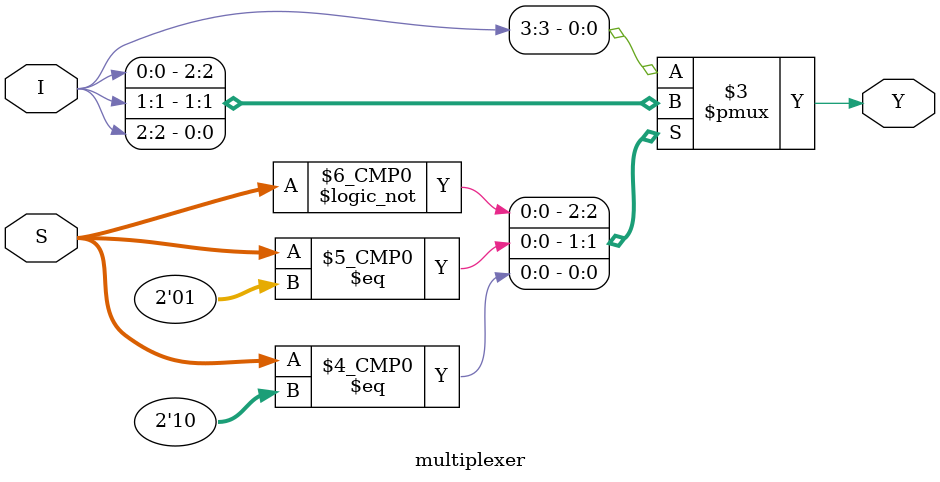
<source format=v>
/*
module multiplexer(input [3:0] I, input [1:0] S, output Y);
    assign Y = (~S[1] & ~S[0] & I[0]) | (~S[1] & S[0] & I[1]) | (S[1] & ~S[0] & I[2]) | (S[1] & S[0] & I[3]);
endmodule
*/

/*
module multiplexer(input [3:0] I, input [1:0] S, output reg Y);
    always @(*) begin
        if(S[1] == 0 & S[0] == 0) Y = I[0];
        else if(S[1] == 0 & S[0] == 1) Y = I[1];
        else if(S[1] == 1 & S[0] == 0) Y = I[2];
        else if(S[1] == 1 & S[0] == 1) Y = I[3];
    end
endmodule
*/

module multiplexer(input [3:0] I, input [1:0] S, output reg Y);
    always @(*) begin
        case (S)
            2'b00 : Y = I[0]; 
            2'b01 : Y = I[1]; 
            2'b10 : Y = I[2]; 
            default: Y = I[3];
        endcase
    end
endmodule
</source>
